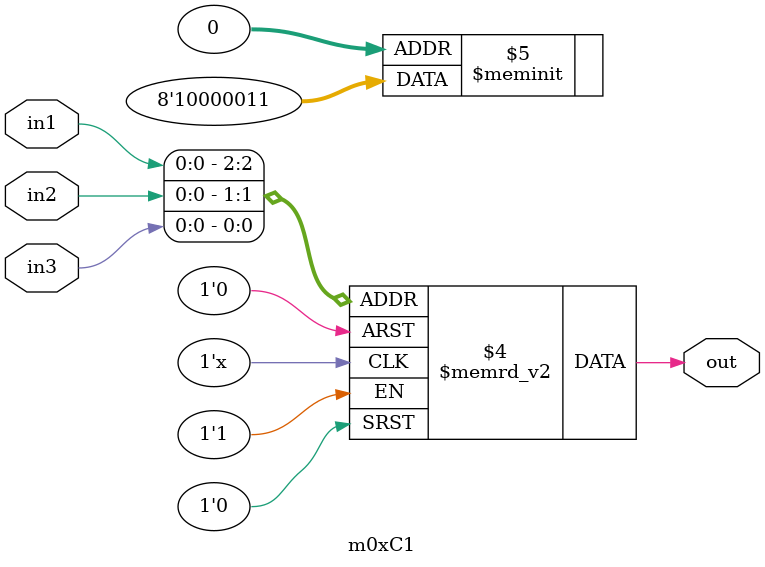
<source format=v>
module m0xC1(output out, input in1, in2, in3);

   always @(in1, in2, in3)
     begin
        case({in1, in2, in3})
          3'b000: {out} = 1'b1;
          3'b001: {out} = 1'b1;
          3'b010: {out} = 1'b0;
          3'b011: {out} = 1'b0;
          3'b100: {out} = 1'b0;
          3'b101: {out} = 1'b0;
          3'b110: {out} = 1'b0;
          3'b111: {out} = 1'b1;
        endcase // case ({in1, in2, in3})
     end // always @ (in1, in2, in3)

endmodule // m0xC1
</source>
